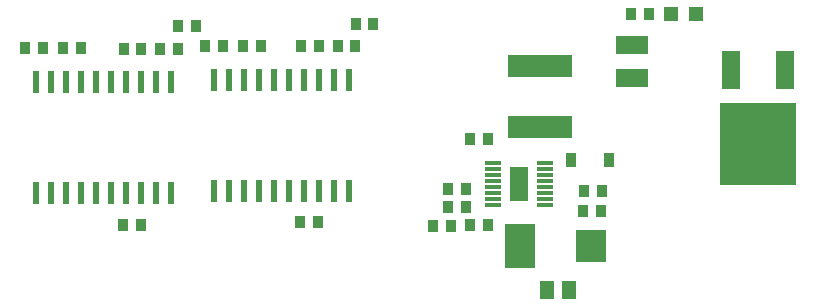
<source format=gbr>
G04 #@! TF.FileFunction,Paste,Bot*
%FSLAX46Y46*%
G04 Gerber Fmt 4.6, Leading zero omitted, Abs format (unit mm)*
G04 Created by KiCad (PCBNEW 4.0.1-stable) date 1/20/2016 12:58:46 AM*
%MOMM*%
G01*
G04 APERTURE LIST*
%ADD10C,0.100000*%
%ADD11R,2.550160X2.700020*%
%ADD12R,2.550160X3.799840*%
%ADD13R,1.300480X1.498600*%
%ADD14R,0.899160X1.000760*%
%ADD15R,2.692400X1.600200*%
%ADD16R,1.600200X3.200400*%
%ADD17R,6.499860X7.000240*%
%ADD18R,5.499100X1.849120*%
%ADD19R,1.400000X0.300000*%
%ADD20R,1.650000X2.850000*%
%ADD21C,0.650000*%
%ADD22R,0.600000X1.950000*%
%ADD23R,1.198880X1.198880*%
%ADD24R,0.910000X1.220000*%
G04 APERTURE END LIST*
D10*
D11*
X75839542Y-46731802D03*
D12*
X69840062Y-46731802D03*
D13*
X73972420Y-50434240D03*
X72067420Y-50434240D03*
D14*
X63975202Y-45030002D03*
X62471522Y-45030002D03*
X67086702Y-37664002D03*
X65583022Y-37664002D03*
D15*
X79288862Y-29663002D03*
X79288862Y-32457002D03*
D14*
X51208234Y-44696832D03*
X52711914Y-44696832D03*
X47852894Y-29787032D03*
X46349214Y-29787032D03*
X55891994Y-29761632D03*
X54388314Y-29761632D03*
X44639794Y-29787032D03*
X43136114Y-29787032D03*
X52800814Y-29761632D03*
X51297134Y-29761632D03*
X55912314Y-27932832D03*
X57415994Y-27932832D03*
X36196834Y-44963532D03*
X37700514Y-44963532D03*
X32671314Y-29977532D03*
X31167634Y-29977532D03*
X40862814Y-30002932D03*
X39359134Y-30002932D03*
X29394714Y-29977532D03*
X27891034Y-29977532D03*
X37764014Y-30002932D03*
X36260334Y-30002932D03*
X40888214Y-28085232D03*
X42391894Y-28085232D03*
D16*
X87673180Y-31816040D03*
X92275660Y-31816040D03*
D17*
X89974420Y-38064440D03*
D18*
X71541862Y-36648002D03*
X71541862Y-31496882D03*
D14*
X65583022Y-44966502D03*
X67086702Y-44966502D03*
X75224862Y-42045503D03*
X76728542Y-42045503D03*
X75181682Y-43760002D03*
X76685362Y-43760002D03*
X65235042Y-41855002D03*
X63731362Y-41855002D03*
X65255362Y-43442502D03*
X63751682Y-43442502D03*
X80739201Y-27059502D03*
X79235521Y-27059502D03*
D19*
X71960962Y-39721403D03*
X71960962Y-40221403D03*
X71960962Y-40721403D03*
X71960962Y-41221403D03*
X71960962Y-41721403D03*
X67560962Y-41721403D03*
X67560962Y-41221403D03*
X67560962Y-40721403D03*
X67560962Y-40221403D03*
X67560962Y-39721403D03*
X71960962Y-42221403D03*
X71960962Y-42721403D03*
X71960962Y-43221403D03*
X67560962Y-42221403D03*
X67560962Y-42721403D03*
X67560962Y-43221403D03*
D20*
X69760962Y-41471403D03*
D21*
X69760962Y-41471403D03*
X69760962Y-42471403D03*
X69760962Y-40471403D03*
D22*
X55361134Y-42089252D03*
X54091134Y-42089252D03*
X52821134Y-42089252D03*
X51551134Y-42089252D03*
X50281134Y-42089252D03*
X49011134Y-42089252D03*
X47741134Y-42089252D03*
X46471134Y-42089252D03*
X45201134Y-42089252D03*
X43931134Y-42089252D03*
X43931134Y-32689252D03*
X45201134Y-32689252D03*
X46471134Y-32689252D03*
X47741134Y-32689252D03*
X49011134Y-32689252D03*
X50281134Y-32689252D03*
X51551134Y-32689252D03*
X52821134Y-32689252D03*
X54091134Y-32689252D03*
X55361134Y-32689252D03*
X40286234Y-42228952D03*
X39016234Y-42228952D03*
X37746234Y-42228952D03*
X36476234Y-42228952D03*
X35206234Y-42228952D03*
X33936234Y-42228952D03*
X32666234Y-42228952D03*
X31396234Y-42228952D03*
X30126234Y-42228952D03*
X28856234Y-42228952D03*
X28856234Y-32828952D03*
X30126234Y-32828952D03*
X31396234Y-32828952D03*
X32666234Y-32828952D03*
X33936234Y-32828952D03*
X35206234Y-32828952D03*
X36476234Y-32828952D03*
X37746234Y-32828952D03*
X39016234Y-32828952D03*
X40286234Y-32828952D03*
D23*
X82621342Y-27059502D03*
X84719382Y-27059502D03*
D24*
X77393262Y-39480101D03*
X74123262Y-39480101D03*
M02*

</source>
